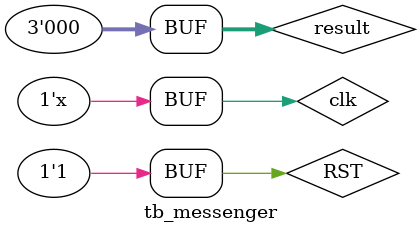
<source format=v>
`timescale 1ns / 1ps


module tb_messenger;

// Deklaracje sygnałów
  reg clk;
  reg RST;
  reg [2:0] result;
  wire [7:0] LCD_DATA;
  wire LCD_WR_EN;
  wire [1:0] RGB_GREENS;
  wire [1:0] RGB_REDS;

  // Instancja modułu messenger
  messenger uut (
    .clk(clk),
    .RST(RST),
    .result(result),
    .LCD_DATA(LCD_DATA),
    .LCD_WR_EN(LCD_WR_EN),
    .RGB_GREENS(RGB_GREENS),
    .RGB_REDS(RGB_REDS)
  );

  // Generacja zegara
  always begin
    #5 clk = ~clk; // Przykład prostego zegara o okresie 10 ns (50% duty cycle)
  end

  // Inicjalizacja sygnałów wejściowych
  initial begin
    clk = 0;
    RST = 0;
    result = 3'b000;
    // Dodaj inne inicjalizacje według potrzeb
  end

  // Wyłączenie resetu po pewnym czasie
  initial begin
    #20 RST = 1;
  end

  // Generacja testowych wejść
  initial begin
    //#30 result = 3'b001; // Przykład zmiany wartości wejścia result
    //#300 result = 3'b010; // Kolejna zmiana wartości wejścia result
    // Dodaj inne zmiany wartości wejść według potrzeb
    //#100 $finish; // Zakończenie symulacji po pewnym czasie
  end

  // Wyświetlenie informacji w trakcie symulacji
  initial begin
    $monitor("Time=%0t RST=%b result=%b LCD_DATA=%b LCD_WR_EN=%b RGB_GREENS=%b RGB_REDS=%b",
             $time, RST, result, LCD_DATA, LCD_WR_EN, RGB_GREENS, RGB_REDS);
  end


endmodule

</source>
